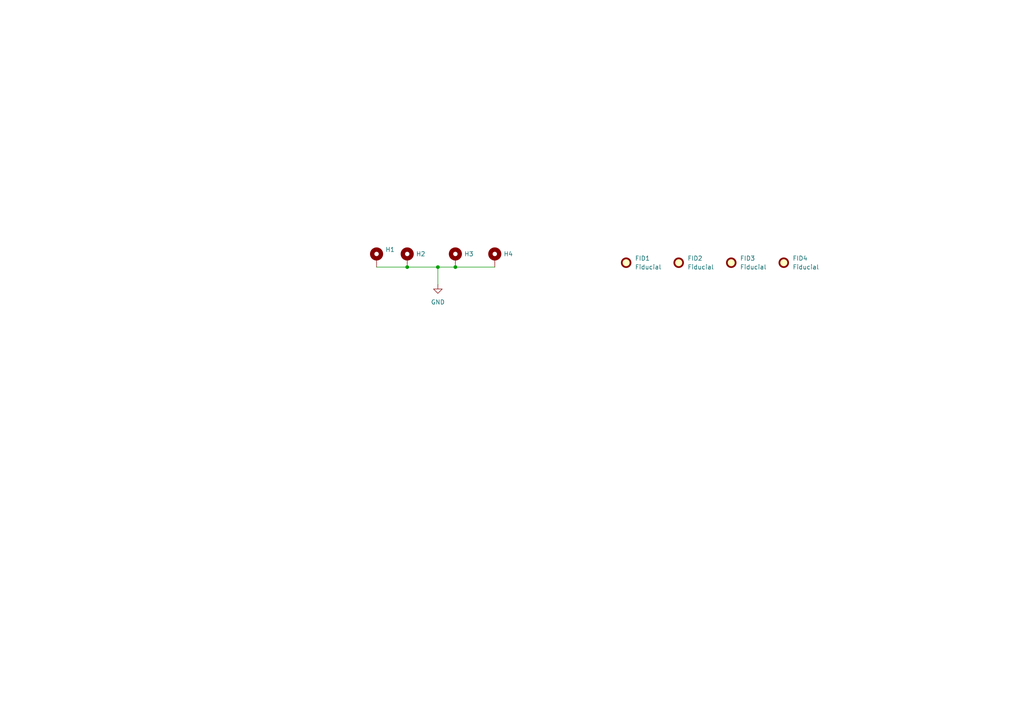
<source format=kicad_sch>
(kicad_sch (version 20250114) (generator "eeschema") (generator_version "9.0")
  (paper "A4")
  (lib_symbols
    (symbol "Mechanical:Fiducial" (in_bom no)
      (property "Reference" "FID" (at 0 5.08 0))
      (property "Value" "Fiducial" (at 0 3.175 0))
      (symbol "Fiducial_0_1"
        (circle (center 0 0) (radius 1.27) (stroke (width 0.508)) (fill (type background)))
      )
    )
    (symbol "Mechanical:MountingHole_Pad" (pin_numbers (hide yes)) (pin_names (offset 1.016) (hide yes)) (in_bom no)
      (property "Reference" "H" (at 0 6.35 0))
      (property "Value" "MountingHole_Pad" (at 0 4.445 0))
      (symbol "MountingHole_Pad_0_1"
        (circle (center 0 1.27) (radius 1.27) (stroke (width 1.27)))
      )
      (symbol "MountingHole_Pad_1_1"
        (pin input line (at 0 -2.54 90) (length 2.54) (name "1") (number "1"))
      )
    )
    (symbol "power:GND" (power) (pin_numbers (hide yes)) (pin_names (offset 0) (hide yes))
      (property "Value" "GND" (at 0 -3.81 0))
      (symbol "GND_0_1"
        (polyline (pts (xy 0 0) (xy 0 -1.27) (xy 1.27 -1.27) (xy 0 -2.54) (xy -1.27 -1.27) (xy 0 -1.27)))
      )
      (symbol "GND_1_1"
        (pin power_in line (at 0 0 270) (length 0) (name "~") (number "1"))
      )
    )
  )
  (junction (at 127 77.47))
  (junction (at 132.08 77.47))
  (junction (at 118.11 77.47))
  (wire (pts (xy 127 82.55) (xy 127 77.47)))
  (wire (pts (xy 109.22 77.47) (xy 118.11 77.47)))
  (wire (pts (xy 127 77.47) (xy 132.08 77.47)))
  (wire (pts (xy 132.08 77.47) (xy 143.51 77.47)))
  (wire (pts (xy 127 77.47) (xy 118.11 77.47)))
  (symbol (lib_id "power:GND") (at 127 82.55 0) (unit 1)
    (property "Reference" "#PWR06" (effects (hide yes)))
    (property "Value" "GND" (at 127 87.63 0))
    (property "Description" "Power symbol creates a global label with name \"GND\" , ground" (effects (hide yes)))
  )
  (symbol (lib_id "Mechanical:MountingHole_Pad") (at 109.22 74.93 0) (unit 1) (in_bom no)
    (property "Reference" "H1" (at 111.76 72.3899 0) (effects (justify left)))
    (property "Value" "MountingHole_Pad" (effects (hide yes)))
    (property "Footprint" "MountingHole:MountingHole_2.5mm_Pad" (effects (hide yes)))
    (property "Description" "Mounting Hole with connection" (effects (hide yes)))
  )
  (symbol (lib_id "Mechanical:Fiducial") (at 227.33 76.2 0) (unit 1) (in_bom no)
    (property "Reference" "FID4" (at 229.87 74.9299 0) (effects (justify left)))
    (property "Value" "Fiducial" (at 229.87 77.4699 0) (effects (justify left)))
    (property "Footprint" "Fiducial:Fiducial_1.5mm_Mask3mm" (effects (hide yes)))
    (property "Description" "Fiducial Marker" (effects (hide yes)))
  )
  (symbol (lib_id "Mechanical:MountingHole_Pad") (at 143.51 74.93 0) (unit 1) (in_bom no)
    (property "Reference" "H4" (at 146.05 73.6599 0) (effects (justify left)))
    (property "Value" "MountingHole_Pad" (effects (hide yes)))
    (property "Footprint" "MountingHole:MountingHole_2.5mm_Pad" (effects (hide yes)))
    (property "Description" "Mounting Hole with connection" (effects (hide yes)))
  )
  (symbol (lib_id "Mechanical:MountingHole_Pad") (at 118.11 74.93 0) (unit 1) (in_bom no)
    (property "Reference" "H2" (at 120.65 73.6599 0) (effects (justify left)))
    (property "Value" "MountingHole_Pad" (effects (hide yes)))
    (property "Footprint" "MountingHole:MountingHole_2.5mm_Pad" (effects (hide yes)))
    (property "Description" "Mounting Hole with connection" (effects (hide yes)))
  )
  (symbol (lib_id "Mechanical:Fiducial") (at 181.61 76.2 0) (unit 1) (in_bom no)
    (property "Reference" "FID1" (at 184.15 74.9299 0) (effects (justify left)))
    (property "Value" "Fiducial" (at 184.15 77.4699 0) (effects (justify left)))
    (property "Footprint" "Fiducial:Fiducial_1.5mm_Mask3mm" (effects (hide yes)))
    (property "Description" "Fiducial Marker" (effects (hide yes)))
  )
  (symbol (lib_id "Mechanical:Fiducial") (at 196.85 76.2 0) (unit 1) (in_bom no)
    (property "Reference" "FID2" (at 199.39 74.9299 0) (effects (justify left)))
    (property "Value" "Fiducial" (at 199.39 77.4699 0) (effects (justify left)))
    (property "Footprint" "Fiducial:Fiducial_1.5mm_Mask3mm" (effects (hide yes)))
    (property "Description" "Fiducial Marker" (effects (hide yes)))
  )
  (symbol (lib_id "Mechanical:Fiducial") (at 212.09 76.2 0) (unit 1) (in_bom no)
    (property "Reference" "FID3" (at 214.63 74.9299 0) (effects (justify left)))
    (property "Value" "Fiducial" (at 214.63 77.4699 0) (effects (justify left)))
    (property "Footprint" "Fiducial:Fiducial_1.5mm_Mask3mm" (effects (hide yes)))
    (property "Description" "Fiducial Marker" (effects (hide yes)))
  )
  (symbol (lib_id "Mechanical:MountingHole_Pad") (at 132.08 74.93 0) (unit 1) (in_bom no)
    (property "Reference" "H3" (at 134.62 73.6599 0) (effects (justify left)))
    (property "Value" "MountingHole_Pad" (effects (hide yes)))
    (property "Footprint" "MountingHole:MountingHole_2.5mm_Pad" (effects (hide yes)))
    (property "Description" "Mounting Hole with connection" (effects (hide yes)))
  )
)
</source>
